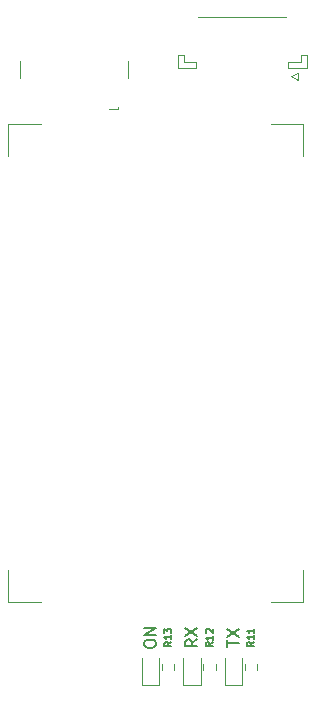
<source format=gbr>
%TF.GenerationSoftware,KiCad,Pcbnew,9.0.2*%
%TF.CreationDate,2025-06-18T22:14:32+09:00*%
%TF.ProjectId,LoRa_TM,4c6f5261-5f54-44d2-9e6b-696361645f70,rev?*%
%TF.SameCoordinates,Original*%
%TF.FileFunction,Legend,Top*%
%TF.FilePolarity,Positive*%
%FSLAX46Y46*%
G04 Gerber Fmt 4.6, Leading zero omitted, Abs format (unit mm)*
G04 Created by KiCad (PCBNEW 9.0.2) date 2025-06-18 22:14:32*
%MOMM*%
%LPD*%
G01*
G04 APERTURE LIST*
%ADD10C,0.200000*%
%ADD11C,0.150000*%
%ADD12C,0.120000*%
%ADD13C,0.100000*%
G04 APERTURE END LIST*
D10*
X103510219Y-123392666D02*
X103034028Y-123725999D01*
X103510219Y-123964094D02*
X102510219Y-123964094D01*
X102510219Y-123964094D02*
X102510219Y-123583142D01*
X102510219Y-123583142D02*
X102557838Y-123487904D01*
X102557838Y-123487904D02*
X102605457Y-123440285D01*
X102605457Y-123440285D02*
X102700695Y-123392666D01*
X102700695Y-123392666D02*
X102843552Y-123392666D01*
X102843552Y-123392666D02*
X102938790Y-123440285D01*
X102938790Y-123440285D02*
X102986409Y-123487904D01*
X102986409Y-123487904D02*
X103034028Y-123583142D01*
X103034028Y-123583142D02*
X103034028Y-123964094D01*
X102510219Y-123059332D02*
X103510219Y-122392666D01*
X102510219Y-122392666D02*
X103510219Y-123059332D01*
X106010219Y-123987904D02*
X106010219Y-123416476D01*
X107010219Y-123702190D02*
X106010219Y-123702190D01*
X106010219Y-123178380D02*
X107010219Y-122511714D01*
X106010219Y-122511714D02*
X107010219Y-123178380D01*
X99010219Y-123845047D02*
X99010219Y-123654571D01*
X99010219Y-123654571D02*
X99057838Y-123559333D01*
X99057838Y-123559333D02*
X99153076Y-123464095D01*
X99153076Y-123464095D02*
X99343552Y-123416476D01*
X99343552Y-123416476D02*
X99676885Y-123416476D01*
X99676885Y-123416476D02*
X99867361Y-123464095D01*
X99867361Y-123464095D02*
X99962600Y-123559333D01*
X99962600Y-123559333D02*
X100010219Y-123654571D01*
X100010219Y-123654571D02*
X100010219Y-123845047D01*
X100010219Y-123845047D02*
X99962600Y-123940285D01*
X99962600Y-123940285D02*
X99867361Y-124035523D01*
X99867361Y-124035523D02*
X99676885Y-124083142D01*
X99676885Y-124083142D02*
X99343552Y-124083142D01*
X99343552Y-124083142D02*
X99153076Y-124035523D01*
X99153076Y-124035523D02*
X99057838Y-123940285D01*
X99057838Y-123940285D02*
X99010219Y-123845047D01*
X100010219Y-122987904D02*
X99010219Y-122987904D01*
X99010219Y-122987904D02*
X100010219Y-122416476D01*
X100010219Y-122416476D02*
X99010219Y-122416476D01*
D11*
X104827771Y-123635714D02*
X104542057Y-123835714D01*
X104827771Y-123978571D02*
X104227771Y-123978571D01*
X104227771Y-123978571D02*
X104227771Y-123750000D01*
X104227771Y-123750000D02*
X104256342Y-123692857D01*
X104256342Y-123692857D02*
X104284914Y-123664286D01*
X104284914Y-123664286D02*
X104342057Y-123635714D01*
X104342057Y-123635714D02*
X104427771Y-123635714D01*
X104427771Y-123635714D02*
X104484914Y-123664286D01*
X104484914Y-123664286D02*
X104513485Y-123692857D01*
X104513485Y-123692857D02*
X104542057Y-123750000D01*
X104542057Y-123750000D02*
X104542057Y-123978571D01*
X104827771Y-123064286D02*
X104827771Y-123407143D01*
X104827771Y-123235714D02*
X104227771Y-123235714D01*
X104227771Y-123235714D02*
X104313485Y-123292857D01*
X104313485Y-123292857D02*
X104370628Y-123350000D01*
X104370628Y-123350000D02*
X104399200Y-123407143D01*
X104284914Y-122835714D02*
X104256342Y-122807142D01*
X104256342Y-122807142D02*
X104227771Y-122750000D01*
X104227771Y-122750000D02*
X104227771Y-122607142D01*
X104227771Y-122607142D02*
X104256342Y-122550000D01*
X104256342Y-122550000D02*
X104284914Y-122521428D01*
X104284914Y-122521428D02*
X104342057Y-122492857D01*
X104342057Y-122492857D02*
X104399200Y-122492857D01*
X104399200Y-122492857D02*
X104484914Y-122521428D01*
X104484914Y-122521428D02*
X104827771Y-122864285D01*
X104827771Y-122864285D02*
X104827771Y-122492857D01*
X108327771Y-123611714D02*
X108042057Y-123811714D01*
X108327771Y-123954571D02*
X107727771Y-123954571D01*
X107727771Y-123954571D02*
X107727771Y-123726000D01*
X107727771Y-123726000D02*
X107756342Y-123668857D01*
X107756342Y-123668857D02*
X107784914Y-123640286D01*
X107784914Y-123640286D02*
X107842057Y-123611714D01*
X107842057Y-123611714D02*
X107927771Y-123611714D01*
X107927771Y-123611714D02*
X107984914Y-123640286D01*
X107984914Y-123640286D02*
X108013485Y-123668857D01*
X108013485Y-123668857D02*
X108042057Y-123726000D01*
X108042057Y-123726000D02*
X108042057Y-123954571D01*
X108327771Y-123040286D02*
X108327771Y-123383143D01*
X108327771Y-123211714D02*
X107727771Y-123211714D01*
X107727771Y-123211714D02*
X107813485Y-123268857D01*
X107813485Y-123268857D02*
X107870628Y-123326000D01*
X107870628Y-123326000D02*
X107899200Y-123383143D01*
X108327771Y-122468857D02*
X108327771Y-122811714D01*
X108327771Y-122640285D02*
X107727771Y-122640285D01*
X107727771Y-122640285D02*
X107813485Y-122697428D01*
X107813485Y-122697428D02*
X107870628Y-122754571D01*
X107870628Y-122754571D02*
X107899200Y-122811714D01*
X101327771Y-123611714D02*
X101042057Y-123811714D01*
X101327771Y-123954571D02*
X100727771Y-123954571D01*
X100727771Y-123954571D02*
X100727771Y-123726000D01*
X100727771Y-123726000D02*
X100756342Y-123668857D01*
X100756342Y-123668857D02*
X100784914Y-123640286D01*
X100784914Y-123640286D02*
X100842057Y-123611714D01*
X100842057Y-123611714D02*
X100927771Y-123611714D01*
X100927771Y-123611714D02*
X100984914Y-123640286D01*
X100984914Y-123640286D02*
X101013485Y-123668857D01*
X101013485Y-123668857D02*
X101042057Y-123726000D01*
X101042057Y-123726000D02*
X101042057Y-123954571D01*
X101327771Y-123040286D02*
X101327771Y-123383143D01*
X101327771Y-123211714D02*
X100727771Y-123211714D01*
X100727771Y-123211714D02*
X100813485Y-123268857D01*
X100813485Y-123268857D02*
X100870628Y-123326000D01*
X100870628Y-123326000D02*
X100899200Y-123383143D01*
X100727771Y-122840285D02*
X100727771Y-122468857D01*
X100727771Y-122468857D02*
X100956342Y-122668857D01*
X100956342Y-122668857D02*
X100956342Y-122583142D01*
X100956342Y-122583142D02*
X100984914Y-122526000D01*
X100984914Y-122526000D02*
X101013485Y-122497428D01*
X101013485Y-122497428D02*
X101070628Y-122468857D01*
X101070628Y-122468857D02*
X101213485Y-122468857D01*
X101213485Y-122468857D02*
X101270628Y-122497428D01*
X101270628Y-122497428D02*
X101299200Y-122526000D01*
X101299200Y-122526000D02*
X101327771Y-122583142D01*
X101327771Y-122583142D02*
X101327771Y-122754571D01*
X101327771Y-122754571D02*
X101299200Y-122811714D01*
X101299200Y-122811714D02*
X101270628Y-122840285D01*
D12*
%TO.C,D3*%
X103793000Y-127211000D02*
X103793000Y-124926000D01*
X102323000Y-127211000D02*
X103793000Y-127211000D01*
X102323000Y-124926000D02*
X102323000Y-127211000D01*
%TO.C,R12*%
X104035500Y-125963258D02*
X104035500Y-125488742D01*
X105080500Y-125963258D02*
X105080500Y-125488742D01*
%TO.C,R11*%
X107535500Y-125963258D02*
X107535500Y-125488742D01*
X108580500Y-125963258D02*
X108580500Y-125488742D01*
%TO.C,J5*%
X112766000Y-75026000D02*
X111216000Y-75026000D01*
X112766000Y-73926000D02*
X112766000Y-75026000D01*
X112266000Y-74526000D02*
X112266000Y-73926000D01*
X112266000Y-73926000D02*
X112766000Y-73926000D01*
X112041000Y-76026000D02*
X112041000Y-75426000D01*
X112041000Y-75426000D02*
X111441000Y-75726000D01*
X111441000Y-75726000D02*
X112041000Y-76026000D01*
X111216000Y-75026000D02*
X111216000Y-74526000D01*
X111216000Y-74526000D02*
X112266000Y-74526000D01*
X111066000Y-70726000D02*
X103566000Y-70726000D01*
X103416000Y-75026000D02*
X103416000Y-74526000D01*
X103416000Y-74526000D02*
X102366000Y-74526000D01*
X102366000Y-74526000D02*
X102366000Y-73926000D01*
X102366000Y-73926000D02*
X101866000Y-73926000D01*
X101866000Y-75026000D02*
X103416000Y-75026000D01*
X101866000Y-73926000D02*
X101866000Y-75026000D01*
%TO.C,R13*%
X101580500Y-125963258D02*
X101580500Y-125488742D01*
X100535500Y-125963258D02*
X100535500Y-125488742D01*
%TO.C,D4*%
X98823000Y-124926000D02*
X98823000Y-127211000D01*
X98823000Y-127211000D02*
X100293000Y-127211000D01*
X100293000Y-127211000D02*
X100293000Y-124926000D01*
%TO.C,J2*%
X97638000Y-74411000D02*
X97638000Y-75821000D01*
X96818000Y-78491000D02*
X96818000Y-78341000D01*
X96018000Y-78491000D02*
X96818000Y-78491000D01*
X88478000Y-74411000D02*
X88478000Y-75821000D01*
D13*
%TO.C,U4*%
X112500000Y-120250000D02*
X112500000Y-117500000D01*
X112500000Y-120250000D02*
X109750000Y-120250000D01*
X112500000Y-79750000D02*
X112500000Y-82500000D01*
X112500000Y-79750000D02*
X109750000Y-79750000D01*
X87500000Y-120250000D02*
X90250000Y-120250000D01*
X87500000Y-120250000D02*
X87500000Y-117500000D01*
X87500000Y-79750000D02*
X90250000Y-79750000D01*
X87500000Y-79750000D02*
X87500000Y-82500000D01*
D12*
%TO.C,D2*%
X107293000Y-127211000D02*
X107293000Y-124926000D01*
X105823000Y-127211000D02*
X107293000Y-127211000D01*
X105823000Y-124926000D02*
X105823000Y-127211000D01*
%TD*%
M02*

</source>
